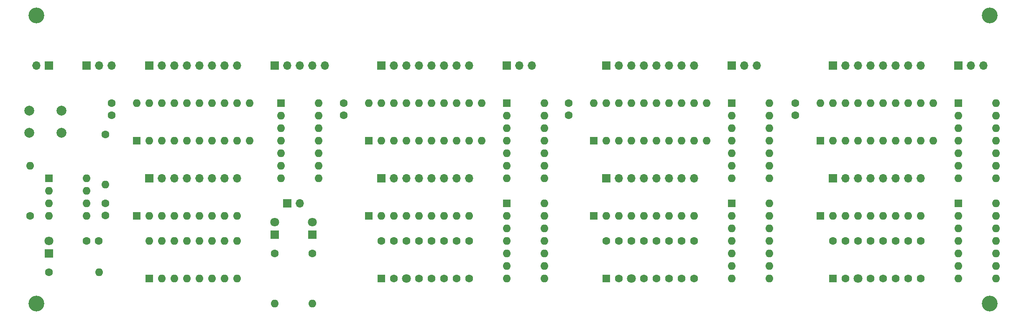
<source format=gbr>
%TF.GenerationSoftware,KiCad,Pcbnew,7.0.6*%
%TF.CreationDate,2023-07-08T12:11:32+08:00*%
%TF.ProjectId,DigitalProtoBoard,44696769-7461-46c5-9072-6f746f426f61,rev?*%
%TF.SameCoordinates,Original*%
%TF.FileFunction,Soldermask,Bot*%
%TF.FilePolarity,Negative*%
%FSLAX46Y46*%
G04 Gerber Fmt 4.6, Leading zero omitted, Abs format (unit mm)*
G04 Created by KiCad (PCBNEW 7.0.6) date 2023-07-08 12:11:32*
%MOMM*%
%LPD*%
G01*
G04 APERTURE LIST*
%ADD10R,1.600000X1.600000*%
%ADD11C,1.600000*%
%ADD12C,1.800000*%
%ADD13O,1.600000X1.600000*%
%ADD14R,1.700000X1.700000*%
%ADD15O,1.700000X1.700000*%
%ADD16C,3.200000*%
%ADD17C,2.000000*%
%ADD18R,1.800000X1.800000*%
G04 APERTURE END LIST*
D10*
%TO.C,BAR1*%
X129540000Y-124460000D03*
D11*
X132080000Y-124460000D03*
D12*
X134620000Y-124460000D03*
D11*
X137160000Y-124460000D03*
X139700000Y-124460000D03*
X142240000Y-124460000D03*
X144780000Y-124460000D03*
X147320000Y-124460000D03*
X147320000Y-116840000D03*
X144780000Y-116840000D03*
X142240000Y-116840000D03*
X139700000Y-116840000D03*
X137160000Y-116840000D03*
X134620000Y-116840000D03*
X132080000Y-116840000D03*
X129540000Y-116840000D03*
%TD*%
%TO.C,R4*%
X107950000Y-119380000D03*
D13*
X107950000Y-129540000D03*
%TD*%
D14*
%TO.C,J8*%
X246380000Y-81280000D03*
D15*
X248920000Y-81280000D03*
X251460000Y-81280000D03*
%TD*%
D10*
%TO.C,U4*%
X200540000Y-88900000D03*
D13*
X200540000Y-91440000D03*
X200540000Y-93980000D03*
X200540000Y-96520000D03*
X200540000Y-99060000D03*
X200540000Y-101600000D03*
X200540000Y-104140000D03*
X208160000Y-104140000D03*
X208160000Y-101600000D03*
X208160000Y-99060000D03*
X208160000Y-96520000D03*
X208160000Y-93980000D03*
X208160000Y-91440000D03*
X208160000Y-88900000D03*
%TD*%
D14*
%TO.C,J11*%
X220980000Y-104140000D03*
D15*
X223520000Y-104140000D03*
X226060000Y-104140000D03*
X228600000Y-104140000D03*
X231140000Y-104140000D03*
X233680000Y-104140000D03*
X236220000Y-104140000D03*
X238760000Y-104140000D03*
%TD*%
D14*
%TO.C,J15*%
X110490000Y-109220000D03*
D15*
X113030000Y-109220000D03*
%TD*%
D16*
%TO.C,H4*%
X252730000Y-71120000D03*
%TD*%
%TO.C,H1*%
X59690000Y-71120000D03*
%TD*%
D14*
%TO.C,J5*%
X200540000Y-81280000D03*
D15*
X203080000Y-81280000D03*
X205620000Y-81280000D03*
%TD*%
D10*
%TO.C,RN1*%
X80010000Y-111760000D03*
D13*
X82550000Y-111760000D03*
X85090000Y-111760000D03*
X87630000Y-111760000D03*
X90170000Y-111760000D03*
X92710000Y-111760000D03*
X95250000Y-111760000D03*
X97790000Y-111760000D03*
X100330000Y-111760000D03*
%TD*%
D10*
%TO.C,RN4*%
X127000000Y-111760000D03*
D13*
X129540000Y-111760000D03*
X132080000Y-111760000D03*
X134620000Y-111760000D03*
X137160000Y-111760000D03*
X139700000Y-111760000D03*
X142240000Y-111760000D03*
X144780000Y-111760000D03*
X147320000Y-111760000D03*
%TD*%
D10*
%TO.C,BAR2*%
X175140000Y-124460000D03*
D11*
X177680000Y-124460000D03*
D12*
X180220000Y-124460000D03*
D11*
X182760000Y-124460000D03*
X185300000Y-124460000D03*
X187840000Y-124460000D03*
X190380000Y-124460000D03*
X192920000Y-124460000D03*
X192920000Y-116840000D03*
X190380000Y-116840000D03*
X187840000Y-116840000D03*
X185300000Y-116840000D03*
X182760000Y-116840000D03*
X180220000Y-116840000D03*
X177680000Y-116840000D03*
X175140000Y-116840000D03*
%TD*%
D16*
%TO.C,H4*%
X252730000Y-129540000D03*
%TD*%
D10*
%TO.C,RN3*%
X218440000Y-111760000D03*
D13*
X220980000Y-111760000D03*
X223520000Y-111760000D03*
X226060000Y-111760000D03*
X228600000Y-111760000D03*
X231140000Y-111760000D03*
X233680000Y-111760000D03*
X236220000Y-111760000D03*
X238760000Y-111760000D03*
%TD*%
D11*
%TO.C,C3*%
X74930000Y-88900000D03*
X74930000Y-91400000D03*
%TD*%
D14*
%TO.C,J14*%
X69850000Y-81280000D03*
D15*
X72390000Y-81280000D03*
X74930000Y-81280000D03*
%TD*%
D17*
%TO.C,SW2*%
X58270000Y-90460000D03*
X64770000Y-90460000D03*
X58270000Y-94960000D03*
X64770000Y-94960000D03*
%TD*%
D10*
%TO.C,U14*%
X218440000Y-96520000D03*
D13*
X220980000Y-96520000D03*
X223520000Y-96520000D03*
X226060000Y-96520000D03*
X228600000Y-96520000D03*
X231140000Y-96520000D03*
X233680000Y-96520000D03*
X236220000Y-96520000D03*
X238760000Y-96520000D03*
X241300000Y-96520000D03*
X241300000Y-88900000D03*
X238760000Y-88900000D03*
X236220000Y-88900000D03*
X233680000Y-88900000D03*
X231140000Y-88900000D03*
X228600000Y-88900000D03*
X226060000Y-88900000D03*
X223520000Y-88900000D03*
X220980000Y-88900000D03*
X218440000Y-88900000D03*
%TD*%
D14*
%TO.C,J13*%
X82550000Y-81280000D03*
D15*
X85090000Y-81280000D03*
X87630000Y-81280000D03*
X90170000Y-81280000D03*
X92710000Y-81280000D03*
X95250000Y-81280000D03*
X97790000Y-81280000D03*
X100330000Y-81280000D03*
%TD*%
D10*
%TO.C,U12*%
X246380000Y-88900000D03*
D13*
X246380000Y-91440000D03*
X246380000Y-93980000D03*
X246380000Y-96520000D03*
X246380000Y-99060000D03*
X246380000Y-101600000D03*
X246380000Y-104140000D03*
X254000000Y-104140000D03*
X254000000Y-101600000D03*
X254000000Y-99060000D03*
X254000000Y-96520000D03*
X254000000Y-93980000D03*
X254000000Y-91440000D03*
X254000000Y-88900000D03*
%TD*%
D11*
%TO.C,R1*%
X58420000Y-111760000D03*
D13*
X58420000Y-101600000D03*
%TD*%
D18*
%TO.C,D2*%
X107950000Y-115570000D03*
D12*
X107950000Y-113030000D03*
%TD*%
D10*
%TO.C,U10*%
X154940000Y-88900000D03*
D13*
X154940000Y-91440000D03*
X154940000Y-93980000D03*
X154940000Y-96520000D03*
X154940000Y-99060000D03*
X154940000Y-101600000D03*
X154940000Y-104140000D03*
X162560000Y-104140000D03*
X162560000Y-101600000D03*
X162560000Y-99060000D03*
X162560000Y-96520000D03*
X162560000Y-93980000D03*
X162560000Y-91440000D03*
X162560000Y-88900000D03*
%TD*%
D14*
%TO.C,J7*%
X175140000Y-104140000D03*
D15*
X177680000Y-104140000D03*
X180220000Y-104140000D03*
X182760000Y-104140000D03*
X185300000Y-104140000D03*
X187840000Y-104140000D03*
X190380000Y-104140000D03*
X192920000Y-104140000D03*
%TD*%
D10*
%TO.C,U6*%
X200540000Y-109220000D03*
D13*
X200540000Y-111760000D03*
X200540000Y-114300000D03*
X200540000Y-116840000D03*
X200540000Y-119380000D03*
X200540000Y-121920000D03*
X200540000Y-124460000D03*
X208160000Y-124460000D03*
X208160000Y-121920000D03*
X208160000Y-119380000D03*
X208160000Y-116840000D03*
X208160000Y-114300000D03*
X208160000Y-111760000D03*
X208160000Y-109220000D03*
%TD*%
D14*
%TO.C,J12*%
X82550000Y-104140000D03*
D15*
X85090000Y-104140000D03*
X87630000Y-104140000D03*
X90170000Y-104140000D03*
X92710000Y-104140000D03*
X95250000Y-104140000D03*
X97790000Y-104140000D03*
X100330000Y-104140000D03*
%TD*%
D10*
%TO.C,U1*%
X62230000Y-104140000D03*
D13*
X62230000Y-106680000D03*
X62230000Y-109220000D03*
X62230000Y-111760000D03*
X69850000Y-111760000D03*
X69850000Y-109220000D03*
X69850000Y-106680000D03*
X69850000Y-104140000D03*
%TD*%
D14*
%TO.C,J2*%
X62230000Y-81280000D03*
D15*
X59690000Y-81280000D03*
%TD*%
D10*
%TO.C,U13*%
X246380000Y-109220000D03*
D13*
X246380000Y-111760000D03*
X246380000Y-114300000D03*
X246380000Y-116840000D03*
X246380000Y-119380000D03*
X246380000Y-121920000D03*
X246380000Y-124460000D03*
X254000000Y-124460000D03*
X254000000Y-121920000D03*
X254000000Y-119380000D03*
X254000000Y-116840000D03*
X254000000Y-114300000D03*
X254000000Y-111760000D03*
X254000000Y-109220000D03*
%TD*%
D10*
%TO.C,U2*%
X127000000Y-96520000D03*
D13*
X129540000Y-96520000D03*
X132080000Y-96520000D03*
X134620000Y-96520000D03*
X137160000Y-96520000D03*
X139700000Y-96520000D03*
X142240000Y-96520000D03*
X144780000Y-96520000D03*
X147320000Y-96520000D03*
X149860000Y-96520000D03*
X149860000Y-88900000D03*
X147320000Y-88900000D03*
X144780000Y-88900000D03*
X142240000Y-88900000D03*
X139700000Y-88900000D03*
X137160000Y-88900000D03*
X134620000Y-88900000D03*
X132080000Y-88900000D03*
X129540000Y-88900000D03*
X127000000Y-88900000D03*
%TD*%
D10*
%TO.C,RN2*%
X172600000Y-111760000D03*
D13*
X175140000Y-111760000D03*
X177680000Y-111760000D03*
X180220000Y-111760000D03*
X182760000Y-111760000D03*
X185300000Y-111760000D03*
X187840000Y-111760000D03*
X190380000Y-111760000D03*
X192920000Y-111760000D03*
%TD*%
D11*
%TO.C,R5*%
X115570000Y-119380000D03*
D13*
X115570000Y-129540000D03*
%TD*%
D10*
%TO.C,U8*%
X154940000Y-109220000D03*
D13*
X154940000Y-111760000D03*
X154940000Y-114300000D03*
X154940000Y-116840000D03*
X154940000Y-119380000D03*
X154940000Y-121920000D03*
X154940000Y-124460000D03*
X162560000Y-124460000D03*
X162560000Y-121920000D03*
X162560000Y-119380000D03*
X162560000Y-116840000D03*
X162560000Y-114300000D03*
X162560000Y-111760000D03*
X162560000Y-109220000D03*
%TD*%
D10*
%TO.C,U19*%
X109220000Y-88900000D03*
D13*
X109220000Y-91440000D03*
X109220000Y-93980000D03*
X109220000Y-96520000D03*
X109220000Y-99060000D03*
X109220000Y-101600000D03*
X109220000Y-104140000D03*
X116840000Y-104140000D03*
X116840000Y-101600000D03*
X116840000Y-99060000D03*
X116840000Y-96520000D03*
X116840000Y-93980000D03*
X116840000Y-91440000D03*
X116840000Y-88900000D03*
%TD*%
D11*
%TO.C,C2*%
X73660000Y-109220000D03*
X73660000Y-111720000D03*
%TD*%
%TO.C,C5*%
X167520000Y-88900000D03*
X167520000Y-91400000D03*
%TD*%
D16*
%TO.C,H3*%
X59690000Y-129540000D03*
%TD*%
D18*
%TO.C,D3*%
X115570000Y-115570000D03*
D12*
X115570000Y-113030000D03*
%TD*%
D11*
%TO.C,C4*%
X121920000Y-88900000D03*
X121920000Y-91400000D03*
%TD*%
D10*
%TO.C,SW1*%
X82550000Y-124460000D03*
D13*
X85090000Y-124460000D03*
X87630000Y-124460000D03*
X90170000Y-124460000D03*
X92710000Y-124460000D03*
X95250000Y-124460000D03*
X97790000Y-124460000D03*
X100330000Y-124460000D03*
X100330000Y-116840000D03*
X97790000Y-116840000D03*
X95250000Y-116840000D03*
X92710000Y-116840000D03*
X90170000Y-116840000D03*
X87630000Y-116840000D03*
X85090000Y-116840000D03*
X82550000Y-116840000D03*
%TD*%
D11*
%TO.C,R3*%
X62230000Y-123190000D03*
D13*
X72390000Y-123190000D03*
%TD*%
D10*
%TO.C,U7*%
X172600000Y-96520000D03*
D13*
X175140000Y-96520000D03*
X177680000Y-96520000D03*
X180220000Y-96520000D03*
X182760000Y-96520000D03*
X185300000Y-96520000D03*
X187840000Y-96520000D03*
X190380000Y-96520000D03*
X192920000Y-96520000D03*
X195460000Y-96520000D03*
X195460000Y-88900000D03*
X192920000Y-88900000D03*
X190380000Y-88900000D03*
X187840000Y-88900000D03*
X185300000Y-88900000D03*
X182760000Y-88900000D03*
X180220000Y-88900000D03*
X177680000Y-88900000D03*
X175140000Y-88900000D03*
X172600000Y-88900000D03*
%TD*%
D10*
%TO.C,BAR3*%
X220980000Y-124460000D03*
D11*
X223520000Y-124460000D03*
D12*
X226060000Y-124460000D03*
D11*
X228600000Y-124460000D03*
X231140000Y-124460000D03*
X233680000Y-124460000D03*
X236220000Y-124460000D03*
X238760000Y-124460000D03*
X238760000Y-116840000D03*
X236220000Y-116840000D03*
X233680000Y-116840000D03*
X231140000Y-116840000D03*
X228600000Y-116840000D03*
X226060000Y-116840000D03*
X223520000Y-116840000D03*
X220980000Y-116840000D03*
%TD*%
D14*
%TO.C,J9*%
X129540000Y-104140000D03*
D15*
X132080000Y-104140000D03*
X134620000Y-104140000D03*
X137160000Y-104140000D03*
X139700000Y-104140000D03*
X142240000Y-104140000D03*
X144780000Y-104140000D03*
X147320000Y-104140000D03*
%TD*%
D14*
%TO.C,J1*%
X154940000Y-81280000D03*
D15*
X157480000Y-81280000D03*
X160020000Y-81280000D03*
%TD*%
D14*
%TO.C,J4*%
X129540000Y-81280000D03*
D15*
X132080000Y-81280000D03*
X134620000Y-81280000D03*
X137160000Y-81280000D03*
X139700000Y-81280000D03*
X142240000Y-81280000D03*
X144780000Y-81280000D03*
X147320000Y-81280000D03*
%TD*%
D10*
%TO.C,U5*%
X80010000Y-96520000D03*
D13*
X82550000Y-96520000D03*
X85090000Y-96520000D03*
X87630000Y-96520000D03*
X90170000Y-96520000D03*
X92710000Y-96520000D03*
X95250000Y-96520000D03*
X97790000Y-96520000D03*
X100330000Y-96520000D03*
X102870000Y-96520000D03*
X102870000Y-88900000D03*
X100330000Y-88900000D03*
X97790000Y-88900000D03*
X95250000Y-88900000D03*
X92710000Y-88900000D03*
X90170000Y-88900000D03*
X87630000Y-88900000D03*
X85090000Y-88900000D03*
X82550000Y-88900000D03*
X80010000Y-88900000D03*
%TD*%
D14*
%TO.C,J10*%
X220980000Y-81280000D03*
D15*
X223520000Y-81280000D03*
X226060000Y-81280000D03*
X228600000Y-81280000D03*
X231140000Y-81280000D03*
X233680000Y-81280000D03*
X236220000Y-81280000D03*
X238760000Y-81280000D03*
%TD*%
D18*
%TO.C,D1*%
X62230000Y-119380000D03*
D12*
X62230000Y-116840000D03*
%TD*%
D11*
%TO.C,C6*%
X213360000Y-88900000D03*
X213360000Y-91400000D03*
%TD*%
D14*
%TO.C,J3*%
X107950000Y-81280000D03*
D15*
X110490000Y-81280000D03*
X113030000Y-81280000D03*
X115570000Y-81280000D03*
X118110000Y-81280000D03*
%TD*%
D11*
%TO.C,C1*%
X69850000Y-116840000D03*
X72350000Y-116840000D03*
%TD*%
%TO.C,R2*%
X73660000Y-95250000D03*
D13*
X73660000Y-105410000D03*
%TD*%
D14*
%TO.C,J6*%
X175140000Y-81280000D03*
D15*
X177680000Y-81280000D03*
X180220000Y-81280000D03*
X182760000Y-81280000D03*
X185300000Y-81280000D03*
X187840000Y-81280000D03*
X190380000Y-81280000D03*
X192920000Y-81280000D03*
%TD*%
M02*

</source>
